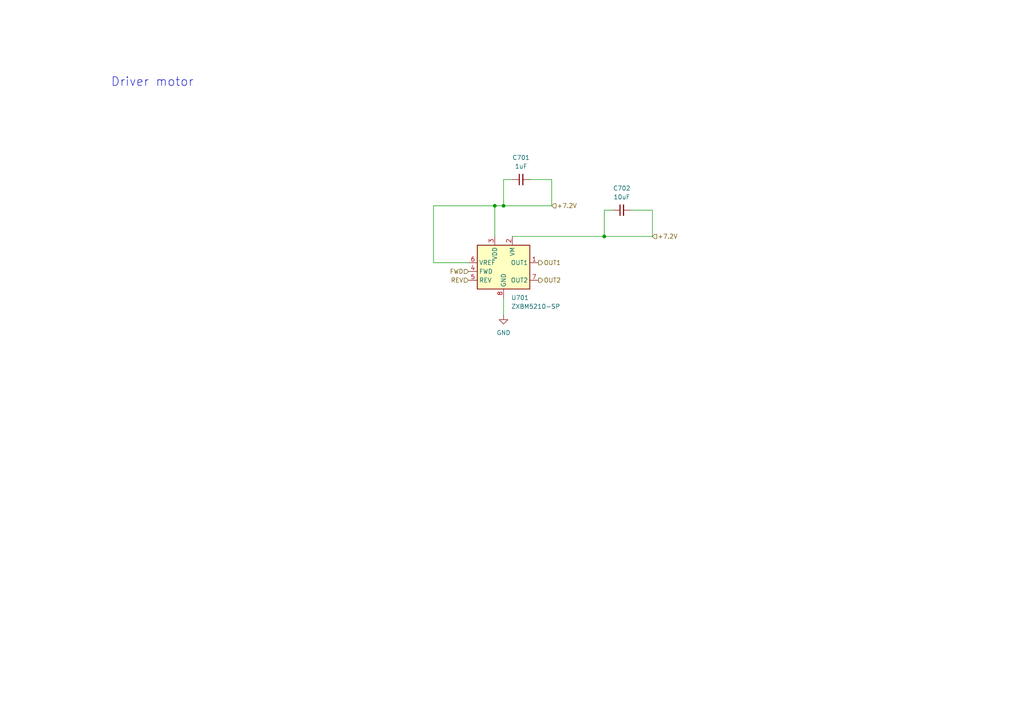
<source format=kicad_sch>
(kicad_sch (version 20231120) (generator "eeschema") (generator_version "8.0")
  (paper "A4")
  (lib_symbols
    (symbol "Device:C_Small" (pin_numbers hide) (pin_names (offset 0.254) hide)
      (property "Reference" "C" (at 0.254 1.778 0))
      (property "Value" "C_Small" (at 0.254 -2.032 0))
      (symbol "C_Small_0_1"
        (polyline (pts (xy -1.524 -0.508) (xy 1.524 -0.508)) (stroke (width 0.3302)))
        (polyline (pts (xy -1.524 0.508) (xy 1.524 0.508)) (stroke (width 0.3048)))
      )
      (symbol "C_Small_1_1"
        (pin passive line (at 0 2.54 270) (length 2.032) (name "~") (number "1"))
        (pin passive line (at 0 -2.54 90) (length 2.032) (name "~") (number "2"))
      )
    )
    (symbol "Driver_Motor:ZXBM5210-SP"
      (property "Reference" "U" (at -7.62 8.89 0))
      (property "Value" "ZXBM5210-SP" (at 10.16 8.89 0))
      (symbol "ZXBM5210-SP_0_0"
        (pin output line (at 10.16 2.54 180) (length 2.54) (name "OUT1") (number "1"))
        (pin power_in line (at 2.54 10.16 270) (length 2.54) (name "VM") (number "2"))
        (pin power_in line (at -2.54 10.16 270) (length 2.54) (name "VDD") (number "3"))
        (pin input line (at -10.16 0 0) (length 2.54) (name "FWD") (number "4"))
        (pin input line (at -10.16 -2.54 0) (length 2.54) (name "REV") (number "5"))
        (pin input line (at -10.16 2.54 0) (length 2.54) (name "VREF") (number "6"))
        (pin output line (at 10.16 -2.54 180) (length 2.54) (name "OUT2") (number "7"))
        (pin power_in line (at 0 -7.62 90) (length 2.54) (name "GND") (number "8"))
        (pin passive line (at 0 -7.62 90) (length 2.54) hide (name "GND") (number "9"))
      )
      (symbol "ZXBM5210-SP_0_1"
        (rectangle (start -7.62 7.62) (end 7.62 -5.08) (stroke (width 0.254)) (fill (type background)))
      )
    )
    (symbol "power:GND" (power) (pin_numbers hide) (pin_names (offset 0) hide)
      (property "Value" "GND" (at 0 -3.81 0))
      (symbol "GND_0_1"
        (polyline (pts (xy 0 0) (xy 0 -1.27) (xy 1.27 -1.27) (xy 0 -2.54) (xy -1.27 -1.27) (xy 0 -1.27)))
      )
      (symbol "GND_1_1"
        (pin power_in line (at 0 0 270) (length 0) (name "~") (number "1"))
      )
    )
  )
  (junction (at 175.26 68.58))
  (junction (at 143.51 59.69))
  (junction (at 146.05 59.69))
  (wire (pts (xy 143.51 59.69) (xy 143.51 68.58)))
  (wire (pts (xy 189.23 60.96) (xy 189.23 68.58)))
  (wire (pts (xy 146.05 86.36) (xy 146.05 91.44)))
  (wire (pts (xy 160.02 52.07) (xy 160.02 59.69)))
  (wire (pts (xy 146.05 52.07) (xy 148.59 52.07)))
  (wire (pts (xy 146.05 52.07) (xy 146.05 59.69)))
  (wire (pts (xy 153.67 52.07) (xy 160.02 52.07)))
  (wire (pts (xy 175.26 68.58) (xy 189.23 68.58)))
  (wire (pts (xy 182.88 60.96) (xy 189.23 60.96)))
  (wire (pts (xy 143.51 59.69) (xy 146.05 59.69)))
  (wire (pts (xy 125.73 59.69) (xy 143.51 59.69)))
  (wire (pts (xy 146.05 59.69) (xy 160.02 59.69)))
  (wire (pts (xy 175.26 60.96) (xy 177.8 60.96)))
  (wire (pts (xy 135.89 76.2) (xy 125.73 76.2)))
  (wire (pts (xy 125.73 59.69) (xy 125.73 76.2)))
  (wire (pts (xy 175.26 60.96) (xy 175.26 68.58)))
  (wire (pts (xy 148.59 68.58) (xy 175.26 68.58)))
  (text "Driver motor\n" (at 44.196 23.876 0) (effects (font (size 2.54 2.54))))
  (hierarchical_label "+7.2V" (shape input) (at 160.02 59.69 0))
  (hierarchical_label "FWD" (shape input) (at 135.89 78.74 180))
  (hierarchical_label "+7.2V" (shape input) (at 189.23 68.58 0))
  (hierarchical_label "OUT1" (shape output) (at 156.21 76.2 0))
  (hierarchical_label "OUT2" (shape output) (at 156.21 81.28 0))
  (hierarchical_label "REV" (shape input) (at 135.89 81.28 180))
  (symbol (lib_id "power:GND") (at 146.05 91.44 0) (unit 1)
    (property "Reference" "#PWR0701" (effects (hide yes)))
    (property "Value" "GND" (at 146.05 96.52 0))
    (property "Description" "Power symbol creates a global label with name \"GND\" , ground" (effects (hide yes)))
    (instances (project "Pojet_V-NOM_KiCAD" (path "" (reference "#PWR0701") (unit 1)) (path "" (reference "#PWR0801") (unit 1))))
  )
  (symbol (lib_id "Device:C_Small") (at 151.13 52.07 90) (unit 1)
    (property "Reference" "C701" (at 151.1363 45.72 90))
    (property "Value" "1uF" (at 151.1363 48.26 90))
    (property "Footprint" "Capacitor_SMD:C_0402_1005Metric" (effects (hide yes)))
    (property "Description" "Unpolarized capacitor, small symbol" (effects (hide yes)))
    (instances (project "Pojet_V-NOM_KiCAD" (path "" (reference "C701") (unit 1)) (path "" (reference "C801") (unit 1))))
  )
  (symbol (lib_id "Driver_Motor:ZXBM5210-SP") (at 146.05 78.74 0) (unit 1)
    (property "Reference" "U701" (at 148.2441 86.36 0) (effects (justify left)))
    (property "Value" "ZXBM5210-SP" (at 148.2441 88.9 0) (effects (justify left)))
    (property "Footprint" "Package_SO:Diodes_SO-8EP" (effects (hide yes)))
    (property "Datasheet" "https://www.diodes.com/assets/Datasheets/ZXBM5210.pdf" (effects (hide yes)))
    (property "Description" "Reversible DC motor drive with speed control, 3-18V, 0.85A, SOIC-8EP" (effects (hide yes)))
    (instances (project "Pojet_V-NOM_KiCAD" (path "" (reference "U701") (unit 1)) (path "" (reference "U801") (unit 1))))
  )
  (symbol (lib_id "Device:C_Small") (at 180.34 60.96 90) (unit 1)
    (property "Reference" "C702" (at 180.3463 54.61 90))
    (property "Value" "10uF" (at 180.3463 57.15 90))
    (property "Footprint" "Capacitor_SMD:C_0402_1005Metric" (effects (hide yes)))
    (property "Description" "Unpolarized capacitor, small symbol" (effects (hide yes)))
    (instances (project "Pojet_V-NOM_KiCAD" (path "" (reference "C702") (unit 1)) (path "" (reference "C802") (unit 1))))
  )
)
</source>
